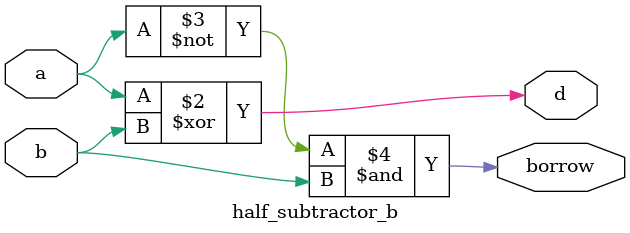
<source format=v>
module half_subtractor_b(
    input a,
    input b,
    output reg d,
    output reg borrow
    );
    
    always @ (a, b) begin
        d = a ^ b;
        borrow = ~a & b;
    end
    
endmodule

</source>
